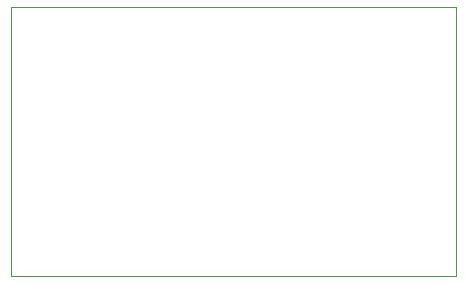
<source format=gm1>
G04 #@! TF.GenerationSoftware,KiCad,Pcbnew,9.0.1*
G04 #@! TF.CreationDate,2025-09-23T20:37:19+02:00*
G04 #@! TF.ProjectId,blikac-smd,626c696b-6163-42d7-936d-642e6b696361,rev?*
G04 #@! TF.SameCoordinates,Original*
G04 #@! TF.FileFunction,Profile,NP*
%FSLAX46Y46*%
G04 Gerber Fmt 4.6, Leading zero omitted, Abs format (unit mm)*
G04 Created by KiCad (PCBNEW 9.0.1) date 2025-09-23 20:37:19*
%MOMM*%
%LPD*%
G01*
G04 APERTURE LIST*
G04 #@! TA.AperFunction,Profile*
%ADD10C,0.050000*%
G04 #@! TD*
G04 APERTURE END LIST*
D10*
X120400000Y-65400000D02*
X158000000Y-65400000D01*
X158000000Y-88200000D01*
X120400000Y-88200000D01*
X120400000Y-65400000D01*
M02*

</source>
